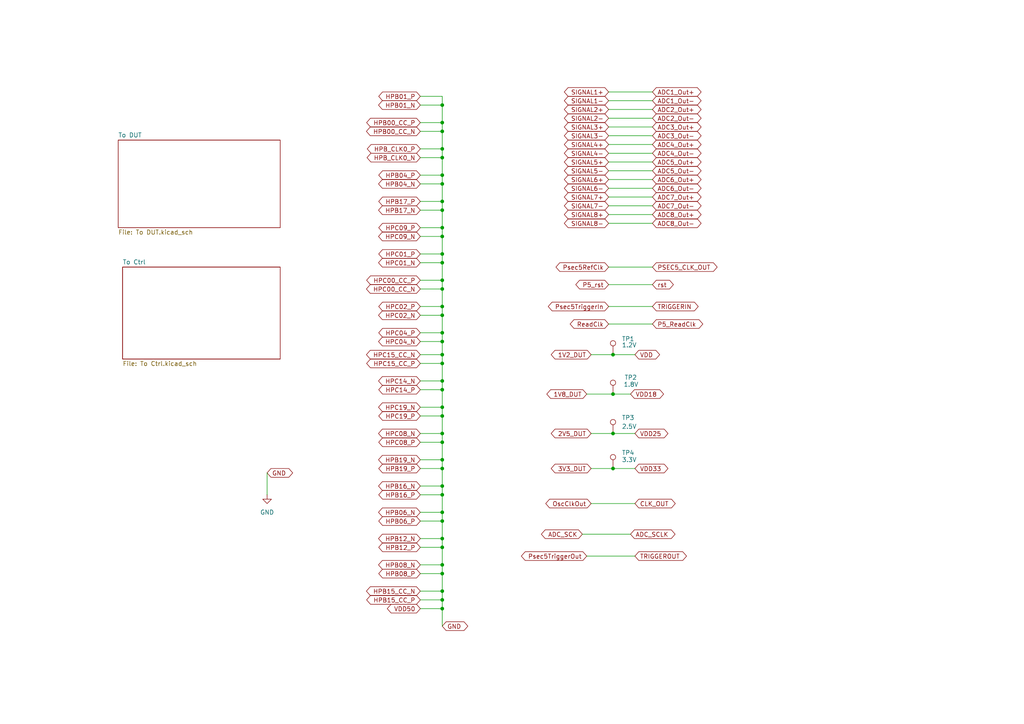
<source format=kicad_sch>
(kicad_sch (version 20250114) (generator "eeschema") (generator_version "9.0")
  (paper "A4")
  (lib_symbols
    (symbol "Connector:TestPoint" (pin_numbers (hide yes)) (pin_names (offset 0.762) (hide yes))
      (property "Reference" "TP" (at 0 6.858 0))
      (property "Value" "TestPoint" (at 0 5.08 0))
      (symbol "TestPoint_0_1"
        (circle (center 0 3.302) (radius 0.762))
      )
      (symbol "TestPoint_1_1"
        (pin passive line (at 0 0 90) (length 2.54) (name "1") (number "1"))
      )
    )
    (symbol "power:GND" (power) (pin_numbers (hide yes)) (pin_names (offset 0) (hide yes))
      (property "Value" "GND" (at 0 -3.81 0))
      (symbol "GND_0_1"
        (polyline (pts (xy 0 0) (xy 0 -1.27) (xy 1.27 -1.27) (xy 0 -2.54) (xy -1.27 -1.27) (xy 0 -1.27)))
      )
      (symbol "GND_1_1"
        (pin power_in line (at 0 0 270) (length 0) (name "~") (number "1"))
      )
    )
  )
  (junction (at 128.27 105.41))
  (junction (at 128.27 171.45))
  (junction (at 128.27 156.21))
  (junction (at 128.27 110.49))
  (junction (at 177.8 125.73))
  (junction (at 128.27 38.1))
  (junction (at 128.27 35.56))
  (junction (at 128.27 125.73))
  (junction (at 128.27 88.9))
  (junction (at 128.27 99.06))
  (junction (at 128.27 91.44))
  (junction (at 128.27 81.28))
  (junction (at 128.27 50.8))
  (junction (at 128.27 66.04))
  (junction (at 128.27 151.13))
  (junction (at 177.8 135.89))
  (junction (at 128.27 176.53))
  (junction (at 128.27 43.18))
  (junction (at 128.27 60.96))
  (junction (at 177.8 102.87))
  (junction (at 128.27 133.35))
  (junction (at 128.27 143.51))
  (junction (at 177.8 114.3))
  (junction (at 128.27 173.99))
  (junction (at 128.27 83.82))
  (junction (at 128.27 120.65))
  (junction (at 128.27 166.37))
  (junction (at 128.27 135.89))
  (junction (at 128.27 68.58))
  (junction (at 128.27 58.42))
  (junction (at 128.27 45.72))
  (junction (at 128.27 102.87))
  (junction (at 128.27 76.2))
  (junction (at 128.27 148.59))
  (junction (at 128.27 163.83))
  (junction (at 128.27 158.75))
  (junction (at 128.27 113.03))
  (junction (at 128.27 128.27))
  (junction (at 128.27 118.11))
  (junction (at 128.27 96.52))
  (junction (at 128.27 53.34))
  (junction (at 128.27 140.97))
  (junction (at 128.27 30.48))
  (junction (at 128.27 73.66))
  (wire (pts (xy 128.27 38.1) (xy 128.27 43.18)))
  (wire (pts (xy 170.18 114.3) (xy 177.8 114.3)))
  (wire (pts (xy 121.92 35.56) (xy 128.27 35.56)))
  (wire (pts (xy 121.92 125.73) (xy 128.27 125.73)))
  (wire (pts (xy 121.92 171.45) (xy 128.27 171.45)))
  (wire (pts (xy 128.27 96.52) (xy 128.27 99.06)))
  (wire (pts (xy 121.92 133.35) (xy 128.27 133.35)))
  (wire (pts (xy 121.92 118.11) (xy 128.27 118.11)))
  (wire (pts (xy 176.53 46.99) (xy 189.23 46.99)))
  (wire (pts (xy 170.18 161.29) (xy 184.15 161.29)))
  (wire (pts (xy 128.27 27.94) (xy 128.27 30.48)))
  (wire (pts (xy 121.92 43.18) (xy 128.27 43.18)))
  (wire (pts (xy 121.92 140.97) (xy 128.27 140.97)))
  (wire (pts (xy 121.92 73.66) (xy 128.27 73.66)))
  (wire (pts (xy 121.92 60.96) (xy 128.27 60.96)))
  (wire (pts (xy 121.92 166.37) (xy 128.27 166.37)))
  (wire (pts (xy 176.53 34.29) (xy 189.23 34.29)))
  (wire (pts (xy 128.27 66.04) (xy 128.27 68.58)))
  (wire (pts (xy 176.53 93.98) (xy 189.23 93.98)))
  (wire (pts (xy 128.27 53.34) (xy 128.27 58.42)))
  (wire (pts (xy 176.53 59.69) (xy 189.23 59.69)))
  (wire (pts (xy 128.27 83.82) (xy 128.27 88.9)))
  (wire (pts (xy 121.92 81.28) (xy 128.27 81.28)))
  (wire (pts (xy 128.27 60.96) (xy 128.27 66.04)))
  (wire (pts (xy 128.27 135.89) (xy 128.27 140.97)))
  (wire (pts (xy 176.53 26.67) (xy 189.23 26.67)))
  (wire (pts (xy 121.92 76.2) (xy 128.27 76.2)))
  (wire (pts (xy 176.53 41.91) (xy 189.23 41.91)))
  (wire (pts (xy 121.92 176.53) (xy 128.27 176.53)))
  (wire (pts (xy 171.45 146.05) (xy 184.15 146.05)))
  (wire (pts (xy 121.92 148.59) (xy 128.27 148.59)))
  (wire (pts (xy 176.53 52.07) (xy 189.23 52.07)))
  (wire (pts (xy 128.27 176.53) (xy 128.27 181.61)))
  (wire (pts (xy 176.53 62.23) (xy 189.23 62.23)))
  (wire (pts (xy 121.92 151.13) (xy 128.27 151.13)))
  (wire (pts (xy 176.53 57.15) (xy 189.23 57.15)))
  (wire (pts (xy 121.92 27.94) (xy 128.27 27.94)))
  (wire (pts (xy 171.45 135.89) (xy 177.8 135.89)))
  (wire (pts (xy 176.53 88.9) (xy 189.23 88.9)))
  (wire (pts (xy 171.45 125.73) (xy 177.8 125.73)))
  (wire (pts (xy 128.27 128.27) (xy 128.27 133.35)))
  (wire (pts (xy 128.27 118.11) (xy 128.27 120.65)))
  (wire (pts (xy 128.27 166.37) (xy 128.27 171.45)))
  (wire (pts (xy 128.27 158.75) (xy 128.27 163.83)))
  (wire (pts (xy 176.53 54.61) (xy 189.23 54.61)))
  (wire (pts (xy 121.92 173.99) (xy 128.27 173.99)))
  (wire (pts (xy 121.92 91.44) (xy 128.27 91.44)))
  (wire (pts (xy 171.45 102.87) (xy 177.8 102.87)))
  (wire (pts (xy 128.27 45.72) (xy 128.27 50.8)))
  (wire (pts (xy 168.91 154.94) (xy 182.88 154.94)))
  (wire (pts (xy 121.92 158.75) (xy 128.27 158.75)))
  (wire (pts (xy 121.92 143.51) (xy 128.27 143.51)))
  (wire (pts (xy 121.92 163.83) (xy 128.27 163.83)))
  (wire (pts (xy 176.53 64.77) (xy 189.23 64.77)))
  (wire (pts (xy 128.27 133.35) (xy 128.27 135.89)))
  (wire (pts (xy 128.27 171.45) (xy 128.27 173.99)))
  (wire (pts (xy 128.27 113.03) (xy 128.27 118.11)))
  (wire (pts (xy 121.92 66.04) (xy 128.27 66.04)))
  (wire (pts (xy 128.27 120.65) (xy 128.27 125.73)))
  (wire (pts (xy 121.92 99.06) (xy 128.27 99.06)))
  (wire (pts (xy 176.53 77.47) (xy 189.23 77.47)))
  (wire (pts (xy 177.8 135.89) (xy 184.15 135.89)))
  (wire (pts (xy 128.27 105.41) (xy 128.27 110.49)))
  (wire (pts (xy 121.92 110.49) (xy 128.27 110.49)))
  (wire (pts (xy 121.92 128.27) (xy 128.27 128.27)))
  (wire (pts (xy 128.27 58.42) (xy 128.27 60.96)))
  (wire (pts (xy 128.27 140.97) (xy 128.27 143.51)))
  (wire (pts (xy 128.27 73.66) (xy 128.27 76.2)))
  (wire (pts (xy 128.27 91.44) (xy 128.27 96.52)))
  (wire (pts (xy 121.92 50.8) (xy 128.27 50.8)))
  (wire (pts (xy 128.27 102.87) (xy 128.27 105.41)))
  (wire (pts (xy 128.27 110.49) (xy 128.27 113.03)))
  (wire (pts (xy 128.27 156.21) (xy 128.27 158.75)))
  (wire (pts (xy 128.27 76.2) (xy 128.27 81.28)))
  (wire (pts (xy 121.92 88.9) (xy 128.27 88.9)))
  (wire (pts (xy 128.27 143.51) (xy 128.27 148.59)))
  (wire (pts (xy 128.27 148.59) (xy 128.27 151.13)))
  (wire (pts (xy 128.27 125.73) (xy 128.27 128.27)))
  (wire (pts (xy 77.47 137.16) (xy 77.47 143.51)))
  (wire (pts (xy 121.92 53.34) (xy 128.27 53.34)))
  (wire (pts (xy 128.27 68.58) (xy 128.27 73.66)))
  (wire (pts (xy 121.92 135.89) (xy 128.27 135.89)))
  (wire (pts (xy 176.53 44.45) (xy 189.23 44.45)))
  (wire (pts (xy 176.53 49.53) (xy 189.23 49.53)))
  (wire (pts (xy 176.53 31.75) (xy 189.23 31.75)))
  (wire (pts (xy 128.27 173.99) (xy 128.27 176.53)))
  (wire (pts (xy 177.8 125.73) (xy 184.15 125.73)))
  (wire (pts (xy 128.27 81.28) (xy 128.27 83.82)))
  (wire (pts (xy 176.53 36.83) (xy 189.23 36.83)))
  (wire (pts (xy 176.53 29.21) (xy 189.23 29.21)))
  (wire (pts (xy 121.92 58.42) (xy 128.27 58.42)))
  (wire (pts (xy 121.92 102.87) (xy 128.27 102.87)))
  (wire (pts (xy 177.8 114.3) (xy 182.88 114.3)))
  (wire (pts (xy 128.27 163.83) (xy 128.27 166.37)))
  (wire (pts (xy 121.92 68.58) (xy 128.27 68.58)))
  (wire (pts (xy 128.27 35.56) (xy 128.27 38.1)))
  (wire (pts (xy 128.27 151.13) (xy 128.27 156.21)))
  (wire (pts (xy 177.8 102.87) (xy 184.15 102.87)))
  (wire (pts (xy 128.27 43.18) (xy 128.27 45.72)))
  (wire (pts (xy 121.92 113.03) (xy 128.27 113.03)))
  (wire (pts (xy 128.27 88.9) (xy 128.27 91.44)))
  (wire (pts (xy 121.92 38.1) (xy 128.27 38.1)))
  (wire (pts (xy 121.92 120.65) (xy 128.27 120.65)))
  (wire (pts (xy 128.27 30.48) (xy 128.27 35.56)))
  (wire (pts (xy 176.53 82.55) (xy 189.23 82.55)))
  (wire (pts (xy 128.27 50.8) (xy 128.27 53.34)))
  (wire (pts (xy 121.92 83.82) (xy 128.27 83.82)))
  (wire (pts (xy 121.92 156.21) (xy 128.27 156.21)))
  (wire (pts (xy 176.53 39.37) (xy 189.23 39.37)))
  (wire (pts (xy 121.92 45.72) (xy 128.27 45.72)))
  (wire (pts (xy 121.92 105.41) (xy 128.27 105.41)))
  (wire (pts (xy 121.92 96.52) (xy 128.27 96.52)))
  (wire (pts (xy 128.27 99.06) (xy 128.27 102.87)))
  (wire (pts (xy 121.92 30.48) (xy 128.27 30.48)))
  (global_label "HPC15_CC_P" (shape bidirectional) (at 121.92 105.41 180) (property "Intersheetrefs" "${INTERSHEET_REFS}" (effects (hide yes))))
  (global_label "SIGNAL1+" (shape bidirectional) (at 176.53 26.67 180) (property "Intersheetrefs" "${INTERSHEET_REFS}" (effects (hide yes))))
  (global_label "SIGNAL5+" (shape bidirectional) (at 176.53 46.99 180) (property "Intersheetrefs" "${INTERSHEET_REFS}" (effects (hide yes))))
  (global_label "VDD33" (shape bidirectional) (at 184.15 135.89 0) (property "Intersheetrefs" "${INTERSHEET_REFS}" (effects (hide yes))))
  (global_label "SIGNAL4+" (shape bidirectional) (at 176.53 41.91 180) (property "Intersheetrefs" "${INTERSHEET_REFS}" (effects (hide yes))))
  (global_label "SIGNAL6-" (shape bidirectional) (at 176.53 54.61 180) (property "Intersheetrefs" "${INTERSHEET_REFS}" (effects (hide yes))))
  (global_label "HPC19_N" (shape bidirectional) (at 121.92 118.11 180) (property "Intersheetrefs" "${INTERSHEET_REFS}" (effects (hide yes))))
  (global_label "ADC4_Out+" (shape bidirectional) (at 189.23 41.91 0) (property "Intersheetrefs" "${INTERSHEET_REFS}" (effects (hide yes))))
  (global_label "HPB_CLK0_P" (shape bidirectional) (at 121.92 43.18 180) (property "Intersheetrefs" "${INTERSHEET_REFS}" (effects (hide yes))))
  (global_label "1V2_DUT" (shape bidirectional) (at 171.45 102.87 180) (property "Intersheetrefs" "${INTERSHEET_REFS}" (effects (hide yes))))
  (global_label "HPB06_P" (shape bidirectional) (at 121.92 151.13 180) (property "Intersheetrefs" "${INTERSHEET_REFS}" (effects (hide yes))))
  (global_label "ADC_SCK" (shape bidirectional) (at 168.91 154.94 180) (property "Intersheetrefs" "${INTERSHEET_REFS}" (effects (hide yes))))
  (global_label "HPC08_N" (shape bidirectional) (at 121.92 125.73 180) (property "Intersheetrefs" "${INTERSHEET_REFS}" (effects (hide yes))))
  (global_label "SIGNAL7+" (shape bidirectional) (at 176.53 57.15 180) (property "Intersheetrefs" "${INTERSHEET_REFS}" (effects (hide yes))))
  (global_label "HPB16_N" (shape bidirectional) (at 121.92 140.97 180) (property "Intersheetrefs" "${INTERSHEET_REFS}" (effects (hide yes))))
  (global_label "SIGNAL2+" (shape bidirectional) (at 176.53 31.75 180) (property "Intersheetrefs" "${INTERSHEET_REFS}" (effects (hide yes))))
  (global_label "HPB00_CC_P" (shape bidirectional) (at 121.92 35.56 180) (property "Intersheetrefs" "${INTERSHEET_REFS}" (effects (hide yes))))
  (global_label "HPC04_P" (shape bidirectional) (at 121.92 96.52 180) (property "Intersheetrefs" "${INTERSHEET_REFS}" (effects (hide yes))))
  (global_label "SIGNAL7-" (shape bidirectional) (at 176.53 59.69 180) (property "Intersheetrefs" "${INTERSHEET_REFS}" (effects (hide yes))))
  (global_label "GND" (shape tri_state) (at 77.47 137.16 0) (property "Intersheetrefs" "${INTERSHEET_REFS}" (effects (hide yes))))
  (global_label "HPB15_CC_P" (shape bidirectional) (at 121.92 173.99 180) (property "Intersheetrefs" "${INTERSHEET_REFS}" (effects (hide yes))))
  (global_label "ADC4_Out-" (shape bidirectional) (at 189.23 44.45 0) (property "Intersheetrefs" "${INTERSHEET_REFS}" (effects (hide yes))))
  (global_label "ADC1_Out+" (shape bidirectional) (at 189.23 26.67 0) (property "Intersheetrefs" "${INTERSHEET_REFS}" (effects (hide yes))))
  (global_label "2V5_DUT" (shape bidirectional) (at 171.45 125.73 180) (property "Intersheetrefs" "${INTERSHEET_REFS}" (effects (hide yes))))
  (global_label "ADC1_Out-" (shape bidirectional) (at 189.23 29.21 0) (property "Intersheetrefs" "${INTERSHEET_REFS}" (effects (hide yes))))
  (global_label "ReadClk" (shape bidirectional) (at 176.53 93.98 180) (property "Intersheetrefs" "${INTERSHEET_REFS}" (effects (hide yes))))
  (global_label "ADC_SCLK" (shape bidirectional) (at 182.88 154.94 0) (property "Intersheetrefs" "${INTERSHEET_REFS}" (effects (hide yes))))
  (global_label "HPC04_N" (shape bidirectional) (at 121.92 99.06 180) (property "Intersheetrefs" "${INTERSHEET_REFS}" (effects (hide yes))))
  (global_label "Psec5RefClk" (shape bidirectional) (at 176.53 77.47 180) (property "Intersheetrefs" "${INTERSHEET_REFS}" (effects (hide yes))))
  (global_label "Psec5TriggerOut" (shape bidirectional) (at 170.18 161.29 180) (property "Intersheetrefs" "${INTERSHEET_REFS}" (effects (hide yes))))
  (global_label "VDD18" (shape bidirectional) (at 182.88 114.3 0) (property "Intersheetrefs" "${INTERSHEET_REFS}" (effects (hide yes))))
  (global_label "HPC00_CC_P" (shape bidirectional) (at 121.92 81.28 180) (property "Intersheetrefs" "${INTERSHEET_REFS}" (effects (hide yes))))
  (global_label "TRIGGERIN" (shape bidirectional) (at 189.23 88.9 0) (property "Intersheetrefs" "${INTERSHEET_REFS}" (effects (hide yes))))
  (global_label "HPB01_N" (shape bidirectional) (at 121.92 30.48 180) (property "Intersheetrefs" "${INTERSHEET_REFS}" (effects (hide yes))))
  (global_label "HPC14_P" (shape bidirectional) (at 121.92 113.03 180) (property "Intersheetrefs" "${INTERSHEET_REFS}" (effects (hide yes))))
  (global_label "SIGNAL3+" (shape bidirectional) (at 176.53 36.83 180) (property "Intersheetrefs" "${INTERSHEET_REFS}" (effects (hide yes))))
  (global_label "ADC6_Out+" (shape bidirectional) (at 189.23 52.07 0) (property "Intersheetrefs" "${INTERSHEET_REFS}" (effects (hide yes))))
  (global_label "HPB06_N" (shape bidirectional) (at 121.92 148.59 180) (property "Intersheetrefs" "${INTERSHEET_REFS}" (effects (hide yes))))
  (global_label "HPB08_P" (shape bidirectional) (at 121.92 166.37 180) (property "Intersheetrefs" "${INTERSHEET_REFS}" (effects (hide yes))))
  (global_label "SIGNAL3-" (shape bidirectional) (at 176.53 39.37 180) (property "Intersheetrefs" "${INTERSHEET_REFS}" (effects (hide yes))))
  (global_label "P5_ReadClk" (shape bidirectional) (at 189.23 93.98 0) (property "Intersheetrefs" "${INTERSHEET_REFS}" (effects (hide yes))))
  (global_label "HPB_CLK0_N" (shape bidirectional) (at 121.92 45.72 180) (property "Intersheetrefs" "${INTERSHEET_REFS}" (effects (hide yes))))
  (global_label "HPB19_N" (shape bidirectional) (at 121.92 133.35 180) (property "Intersheetrefs" "${INTERSHEET_REFS}" (effects (hide yes))))
  (global_label "HPC09_P" (shape bidirectional) (at 121.92 66.04 180) (property "Intersheetrefs" "${INTERSHEET_REFS}" (effects (hide yes))))
  (global_label "ADC7_Out+" (shape bidirectional) (at 189.23 57.15 0) (property "Intersheetrefs" "${INTERSHEET_REFS}" (effects (hide yes))))
  (global_label "VDD50" (shape bidirectional) (at 121.92 176.53 180) (property "Intersheetrefs" "${INTERSHEET_REFS}" (effects (hide yes))))
  (global_label "HPB19_P" (shape bidirectional) (at 121.92 135.89 180) (property "Intersheetrefs" "${INTERSHEET_REFS}" (effects (hide yes))))
  (global_label "3V3_DUT" (shape bidirectional) (at 171.45 135.89 180) (property "Intersheetrefs" "${INTERSHEET_REFS}" (effects (hide yes))))
  (global_label "ADC6_Out-" (shape bidirectional) (at 189.23 54.61 0) (property "Intersheetrefs" "${INTERSHEET_REFS}" (effects (hide yes))))
  (global_label "HPC00_CC_N" (shape bidirectional) (at 121.92 83.82 180) (property "Intersheetrefs" "${INTERSHEET_REFS}" (effects (hide yes))))
  (global_label "rst" (shape bidirectional) (at 189.23 82.55 0) (property "Intersheetrefs" "${INTERSHEET_REFS}" (effects (hide yes))))
  (global_label "HPB04_N" (shape bidirectional) (at 121.92 53.34 180) (property "Intersheetrefs" "${INTERSHEET_REFS}" (effects (hide yes))))
  (global_label "PSEC5_CLK_OUT" (shape bidirectional) (at 189.23 77.47 0) (property "Intersheetrefs" "${INTERSHEET_REFS}" (effects (hide yes))))
  (global_label "HPB12_N" (shape bidirectional) (at 121.92 156.21 180) (property "Intersheetrefs" "${INTERSHEET_REFS}" (effects (hide yes))))
  (global_label "Psec5TriggerIn" (shape bidirectional) (at 176.53 88.9 180) (property "Intersheetrefs" "${INTERSHEET_REFS}" (effects (hide yes))))
  (global_label "ADC3_Out-" (shape bidirectional) (at 189.23 39.37 0) (property "Intersheetrefs" "${INTERSHEET_REFS}" (effects (hide yes))))
  (global_label "GND" (shape tri_state) (at 128.27 181.61 0) (property "Intersheetrefs" "${INTERSHEET_REFS}" (effects (hide yes))))
  (global_label "HPB16_P" (shape bidirectional) (at 121.92 143.51 180) (property "Intersheetrefs" "${INTERSHEET_REFS}" (effects (hide yes))))
  (global_label "HPC19_P" (shape bidirectional) (at 121.92 120.65 180) (property "Intersheetrefs" "${INTERSHEET_REFS}" (effects (hide yes))))
  (global_label "SIGNAL5-" (shape bidirectional) (at 176.53 49.53 180) (property "Intersheetrefs" "${INTERSHEET_REFS}" (effects (hide yes))))
  (global_label "SIGNAL4-" (shape bidirectional) (at 176.53 44.45 180) (property "Intersheetrefs" "${INTERSHEET_REFS}" (effects (hide yes))))
  (global_label "HPC02_N" (shape bidirectional) (at 121.92 91.44 180) (property "Intersheetrefs" "${INTERSHEET_REFS}" (effects (hide yes))))
  (global_label "HPC14_N" (shape bidirectional) (at 121.92 110.49 180) (property "Intersheetrefs" "${INTERSHEET_REFS}" (effects (hide yes))))
  (global_label "TRIGGEROUT" (shape bidirectional) (at 184.15 161.29 0) (property "Intersheetrefs" "${INTERSHEET_REFS}" (effects (hide yes))))
  (global_label "HPC01_P" (shape bidirectional) (at 121.92 73.66 180) (property "Intersheetrefs" "${INTERSHEET_REFS}" (effects (hide yes))))
  (global_label "SIGNAL8-" (shape bidirectional) (at 176.53 64.77 180) (property "Intersheetrefs" "${INTERSHEET_REFS}" (effects (hide yes))))
  (global_label "ADC3_Out+" (shape bidirectional) (at 189.23 36.83 0) (property "Intersheetrefs" "${INTERSHEET_REFS}" (effects (hide yes))))
  (global_label "HPC08_P" (shape bidirectional) (at 121.92 128.27 180) (property "Intersheetrefs" "${INTERSHEET_REFS}" (effects (hide yes))))
  (global_label "P5_rst" (shape bidirectional) (at 176.53 82.55 180) (property "Intersheetrefs" "${INTERSHEET_REFS}" (effects (hide yes))))
  (global_label "HPB17_P" (shape bidirectional) (at 121.92 58.42 180) (property "Intersheetrefs" "${INTERSHEET_REFS}" (effects (hide yes))))
  (global_label "OscClkOut" (shape bidirectional) (at 171.45 146.05 180) (property "Intersheetrefs" "${INTERSHEET_REFS}" (effects (hide yes))))
  (global_label "CLK_OUT" (shape bidirectional) (at 184.15 146.05 0) (property "Intersheetrefs" "${INTERSHEET_REFS}" (effects (hide yes))))
  (global_label "1V8_DUT" (shape bidirectional) (at 170.18 114.3 180) (property "Intersheetrefs" "${INTERSHEET_REFS}" (effects (hide yes))))
  (global_label "SIGNAL1-" (shape bidirectional) (at 176.53 29.21 180) (property "Intersheetrefs" "${INTERSHEET_REFS}" (effects (hide yes))))
  (global_label "VDD25" (shape bidirectional) (at 184.15 125.73 0) (property "Intersheetrefs" "${INTERSHEET_REFS}" (effects (hide yes))))
  (global_label "ADC2_Out-" (shape bidirectional) (at 189.23 34.29 0) (property "Intersheetrefs" "${INTERSHEET_REFS}" (effects (hide yes))))
  (global_label "HPB17_N" (shape bidirectional) (at 121.92 60.96 180) (property "Intersheetrefs" "${INTERSHEET_REFS}" (effects (hide yes))))
  (global_label "HPB08_N" (shape bidirectional) (at 121.92 163.83 180) (property "Intersheetrefs" "${INTERSHEET_REFS}" (effects (hide yes))))
  (global_label "ADC8_Out+" (shape bidirectional) (at 189.23 62.23 0) (property "Intersheetrefs" "${INTERSHEET_REFS}" (effects (hide yes))))
  (global_label "HPC15_CC_N" (shape bidirectional) (at 121.92 102.87 180) (property "Intersheetrefs" "${INTERSHEET_REFS}" (effects (hide yes))))
  (global_label "ADC8_Out-" (shape bidirectional) (at 189.23 64.77 0) (property "Intersheetrefs" "${INTERSHEET_REFS}" (effects (hide yes))))
  (global_label "SIGNAL8+" (shape bidirectional) (at 176.53 62.23 180) (property "Intersheetrefs" "${INTERSHEET_REFS}" (effects (hide yes))))
  (global_label "ADC7_Out-" (shape bidirectional) (at 189.23 59.69 0) (property "Intersheetrefs" "${INTERSHEET_REFS}" (effects (hide yes))))
  (global_label "HPB12_P" (shape bidirectional) (at 121.92 158.75 180) (property "Intersheetrefs" "${INTERSHEET_REFS}" (effects (hide yes))))
  (global_label "HPC02_P" (shape bidirectional) (at 121.92 88.9 180) (property "Intersheetrefs" "${INTERSHEET_REFS}" (effects (hide yes))))
  (global_label "SIGNAL2-" (shape bidirectional) (at 176.53 34.29 180) (property "Intersheetrefs" "${INTERSHEET_REFS}" (effects (hide yes))))
  (global_label "HPC01_N" (shape bidirectional) (at 121.92 76.2 180) (property "Intersheetrefs" "${INTERSHEET_REFS}" (effects (hide yes))))
  (global_label "HPB15_CC_N" (shape bidirectional) (at 121.92 171.45 180) (property "Intersheetrefs" "${INTERSHEET_REFS}" (effects (hide yes))))
  (global_label "SIGNAL6+" (shape bidirectional) (at 176.53 52.07 180) (property "Intersheetrefs" "${INTERSHEET_REFS}" (effects (hide yes))))
  (global_label "HPB01_P" (shape bidirectional) (at 121.92 27.94 180) (property "Intersheetrefs" "${INTERSHEET_REFS}" (effects (hide yes))))
  (global_label "ADC2_Out+" (shape bidirectional) (at 189.23 31.75 0) (property "Intersheetrefs" "${INTERSHEET_REFS}" (effects (hide yes))))
  (global_label "VDD" (shape bidirectional) (at 184.15 102.87 0) (property "Intersheetrefs" "${INTERSHEET_REFS}" (effects (hide yes))))
  (global_label "HPC09_N" (shape bidirectional) (at 121.92 68.58 180) (property "Intersheetrefs" "${INTERSHEET_REFS}" (effects (hide yes))))
  (global_label "ADC5_Out-" (shape bidirectional) (at 189.23 49.53 0) (property "Intersheetrefs" "${INTERSHEET_REFS}" (effects (hide yes))))
  (global_label "ADC5_Out+" (shape bidirectional) (at 189.23 46.99 0) (property "Intersheetrefs" "${INTERSHEET_REFS}" (effects (hide yes))))
  (global_label "HPB04_P" (shape bidirectional) (at 121.92 50.8 180) (property "Intersheetrefs" "${INTERSHEET_REFS}" (effects (hide yes))))
  (global_label "HPB00_CC_N" (shape bidirectional) (at 121.92 38.1 180) (property "Intersheetrefs" "${INTERSHEET_REFS}" (effects (hide yes))))
  (symbol (lib_id "Connector:TestPoint") (at 177.8 135.89 0) (unit 1)
    (property "Reference" "TP4" (at 180.34 131.3179 0) (effects (justify left)))
    (property "Value" "3.3V" (at 180.34 133.35 0) (effects (justify left)))
    (property "Footprint" "TestPoint:TestPoint_THTPad_3.0x3.0mm_Drill1.5mm" (effects (hide yes)))
    (property "Description" "test point" (effects (hide yes)))
  )
  (symbol (lib_id "power:GND") (at 77.47 143.51 0) (unit 1)
    (property "Reference" "#PWR01" (effects (hide yes)))
    (property "Value" "GND" (at 77.47 148.59 0))
    (property "Description" "Power symbol creates a global label with name \"GND\" , ground" (effects (hide yes)))
  )
  (symbol (lib_id "Connector:TestPoint") (at 177.8 125.73 0) (unit 1)
    (property "Reference" "TP3" (at 180.34 121.1579 0) (effects (justify left)))
    (property "Value" "2.5V" (at 180.34 123.6979 0) (effects (justify left)))
    (property "Footprint" "TestPoint:TestPoint_THTPad_3.0x3.0mm_Drill1.5mm" (effects (hide yes)))
    (property "Description" "test point" (effects (hide yes)))
  )
  (symbol (lib_id "Connector:TestPoint") (at 177.8 114.3 0) (unit 1)
    (property "Reference" "TP2" (at 181.102 109.474 0) (effects (justify left)))
    (property "Value" "1.8V" (at 180.848 111.506 0) (effects (justify left)))
    (property "Footprint" "TestPoint:TestPoint_THTPad_3.0x3.0mm_Drill1.5mm" (effects (hide yes)))
    (property "Description" "test point" (effects (hide yes)))
  )
  (symbol (lib_id "Connector:TestPoint") (at 177.8 102.87 0) (unit 1)
    (property "Reference" "TP1" (at 180.34 98.2979 0) (effects (justify left)))
    (property "Value" "1.2V" (at 180.34 100.076 0) (effects (justify left)))
    (property "Footprint" "TestPoint:TestPoint_THTPad_3.0x3.0mm_Drill1.5mm" (effects (hide yes)))
    (property "Description" "test point" (effects (hide yes)))
  )
  (sheet (at 34.29 40.64) (size 46.99 25.4) (stroke (width 0.1524))
    (property "Sheetname" "To DUT" (at 34.29 39.9284 0) (effects (justify left bottom)))
    (property "Sheetfile" "To DUT.kicad_sch" (at 34.29 66.6246 0) (effects (justify left top)))
  )
  (sheet (at 35.56 77.47) (size 45.72 26.67) (stroke (width 0.1524))
    (property "Sheetname" "To Ctrl" (at 35.56 76.7584 0) (effects (justify left bottom)))
    (property "Sheetfile" "To Ctrl.kicad_sch" (at 35.56 104.7246 0) (effects (justify left top)))
  )
)
</source>
